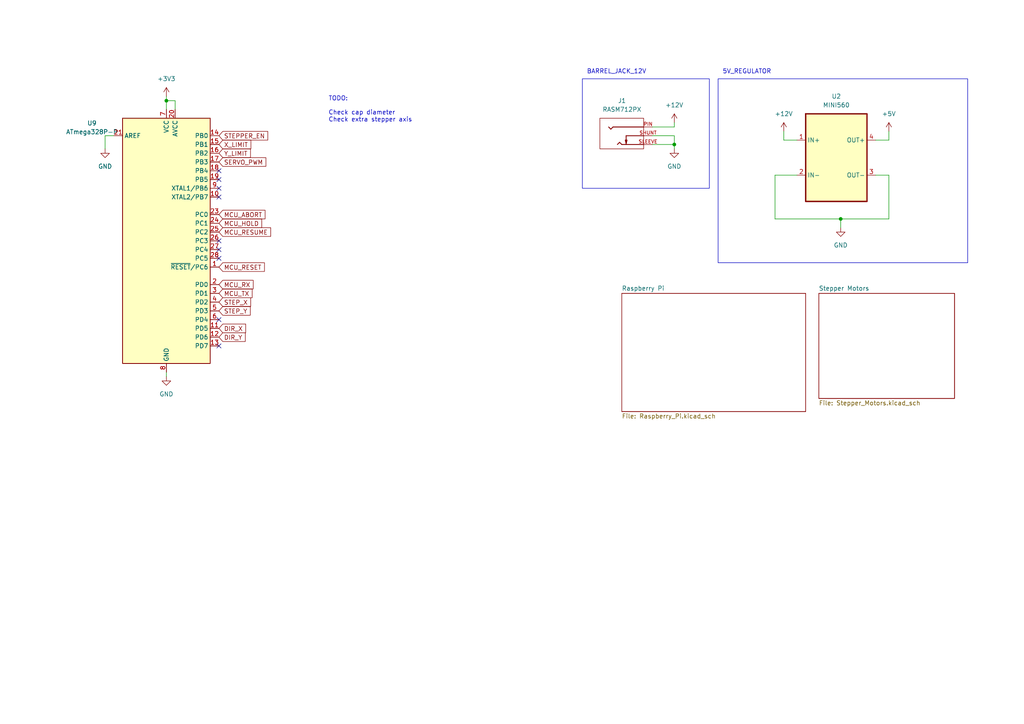
<source format=kicad_sch>
(kicad_sch (version 20230121) (generator eeschema)
  (paper "A4")
  (lib_symbols
    (symbol "MCU_Microchip_ATmega:ATmega328P-P"
      (property "Reference" "U" (at -12.7 36.83 0))
      (property "Value" "ATmega328P-P" (at 2.54 -36.83 0))
      (symbol "ATmega328P-P_0_1"
        (rectangle (start -12.7 -35.56) (end 12.7 35.56) (stroke (width 0.254)) (fill (type background)))
      )
      (symbol "ATmega328P-P_1_1"
        (pin bidirectional line (at 15.24 -7.62 180) (length 2.54) (name "~{RESET}/PC6") (number "1"))
        (pin bidirectional line (at 15.24 12.7 180) (length 2.54) (name "XTAL2/PB7") (number "10"))
        (pin bidirectional line (at 15.24 -25.4 180) (length 2.54) (name "PD5") (number "11"))
        (pin bidirectional line (at 15.24 -27.94 180) (length 2.54) (name "PD6") (number "12"))
        (pin bidirectional line (at 15.24 -30.48 180) (length 2.54) (name "PD7") (number "13"))
        (pin bidirectional line (at 15.24 30.48 180) (length 2.54) (name "PB0") (number "14"))
        (pin bidirectional line (at 15.24 27.94 180) (length 2.54) (name "PB1") (number "15"))
        (pin bidirectional line (at 15.24 25.4 180) (length 2.54) (name "PB2") (number "16"))
        (pin bidirectional line (at 15.24 22.86 180) (length 2.54) (name "PB3") (number "17"))
        (pin bidirectional line (at 15.24 20.32 180) (length 2.54) (name "PB4") (number "18"))
        (pin bidirectional line (at 15.24 17.78 180) (length 2.54) (name "PB5") (number "19"))
        (pin bidirectional line (at 15.24 -12.7 180) (length 2.54) (name "PD0") (number "2"))
        (pin power_in line (at 2.54 38.1 270) (length 2.54) (name "AVCC") (number "20"))
        (pin passive line (at -15.24 30.48 0) (length 2.54) (name "AREF") (number "21"))
        (pin passive line (at 0 -38.1 90) (length 2.54) hide (name "GND") (number "22"))
        (pin bidirectional line (at 15.24 7.62 180) (length 2.54) (name "PC0") (number "23"))
        (pin bidirectional line (at 15.24 5.08 180) (length 2.54) (name "PC1") (number "24"))
        (pin bidirectional line (at 15.24 2.54 180) (length 2.54) (name "PC2") (number "25"))
        (pin bidirectional line (at 15.24 0 180) (length 2.54) (name "PC3") (number "26"))
        (pin bidirectional line (at 15.24 -2.54 180) (length 2.54) (name "PC4") (number "27"))
        (pin bidirectional line (at 15.24 -5.08 180) (length 2.54) (name "PC5") (number "28"))
        (pin bidirectional line (at 15.24 -15.24 180) (length 2.54) (name "PD1") (number "3"))
        (pin bidirectional line (at 15.24 -17.78 180) (length 2.54) (name "PD2") (number "4"))
        (pin bidirectional line (at 15.24 -20.32 180) (length 2.54) (name "PD3") (number "5"))
        (pin bidirectional line (at 15.24 -22.86 180) (length 2.54) (name "PD4") (number "6"))
        (pin power_in line (at 0 38.1 270) (length 2.54) (name "VCC") (number "7"))
        (pin power_in line (at 0 -38.1 90) (length 2.54) (name "GND") (number "8"))
        (pin bidirectional line (at 15.24 15.24 180) (length 2.54) (name "XTAL1/PB6") (number "9"))
      )
    )
    (symbol "Pen_Plotter_Lib:MINI560"
      (property "Reference" "U" (at -8.89 13.97 0))
      (property "Value" "MINI560" (at -8.89 -13.97 0))
      (symbol "MINI560_0_0"
        (rectangle (start -8.89 12.7) (end 8.89 -12.7) (stroke (width 0.4064)) (fill (type background)))
      )
      (symbol "MINI560_1_1"
        (pin power_in line (at -11.43 5.08 0) (length 2.54) (name "IN+") (number "1"))
        (pin power_in line (at -11.43 -5.08 0) (length 2.54) (name "IN-") (number "2"))
        (pin power_out line (at 11.43 -5.08 180) (length 2.54) (name "OUT-") (number "3"))
        (pin power_out line (at 11.43 5.08 180) (length 2.54) (name "OUT+") (number "4"))
      )
    )
    (symbol "Pen_Plotter_Lib:RASM712PX" (pin_names (offset 1.016))
      (property "Reference" "J" (at -5.08 5.08 0))
      (property "Value" "RASM712PX" (at -5.08 -6.35 0))
      (symbol "RASM712PX_0_0"
        (polyline (pts (xy -4.445 1.905) (xy -5.08 2.54)) (stroke (width 0.254)))
        (polyline (pts (xy -3.81 2.54) (xy -4.445 1.905)) (stroke (width 0.254)))
        (polyline (pts (xy -1.905 -1.905) (xy -2.54 -2.54)) (stroke (width 0.254)))
        (polyline (pts (xy -1.27 -2.54) (xy -1.905 -1.905)) (stroke (width 0.254)))
        (polyline (pts (xy 0 0) (xy 0 -2.54)) (stroke (width 0.254)))
        (polyline (pts (xy 0 0) (xy 5.08 0)) (stroke (width 0.254)))
        (polyline (pts (xy 5.08 -2.54) (xy -1.27 -2.54)) (stroke (width 0.254)))
        (polyline (pts (xy 5.08 2.54) (xy -3.81 2.54)) (stroke (width 0.254)))
        (polyline (pts (xy 0 -2.286) (xy 0.254 -1.27) (xy -0.254 -1.27) (xy 0 -2.286)) (stroke (width 0.254)) (fill (type outline)))
        (pin passive line (at 7.62 2.54 180) (length 2.54) (name "~") (number "PIN"))
        (pin passive line (at 7.62 0 180) (length 2.54) (name "~") (number "SHUNT"))
        (pin passive line (at 7.62 -2.54 180) (length 2.54) (name "~") (number "SLEEVE"))
      )
      (symbol "RASM712PX_0_1"
        (rectangle (start -7.62 5.08) (end 5.08 -3.81))
      )
    )
    (symbol "power:+12V" (power) (pin_names (offset 0))
      (property "Value" "+12V" (at 0 3.556 0))
      (symbol "+12V_0_1"
        (polyline (pts (xy -0.762 1.27) (xy 0 2.54)))
        (polyline (pts (xy 0 0) (xy 0 2.54)))
        (polyline (pts (xy 0 2.54) (xy 0.762 1.27)))
      )
      (symbol "+12V_1_1"
        (pin power_in line (at 0 0 90) (length 0) hide (name "+12V") (number "1"))
      )
    )
    (symbol "power:+3V3" (power) (pin_names (offset 0))
      (property "Value" "+3V3" (at 0 3.556 0))
      (symbol "+3V3_0_1"
        (polyline (pts (xy -0.762 1.27) (xy 0 2.54)))
        (polyline (pts (xy 0 0) (xy 0 2.54)))
        (polyline (pts (xy 0 2.54) (xy 0.762 1.27)))
      )
      (symbol "+3V3_1_1"
        (pin power_in line (at 0 0 90) (length 0) hide (name "+3V3") (number "1"))
      )
    )
    (symbol "power:+5V" (power) (pin_names (offset 0))
      (property "Value" "+5V" (at 0 3.556 0))
      (symbol "+5V_0_1"
        (polyline (pts (xy -0.762 1.27) (xy 0 2.54)))
        (polyline (pts (xy 0 0) (xy 0 2.54)))
        (polyline (pts (xy 0 2.54) (xy 0.762 1.27)))
      )
      (symbol "+5V_1_1"
        (pin power_in line (at 0 0 90) (length 0) hide (name "+5V") (number "1"))
      )
    )
    (symbol "power:GND" (power) (pin_names (offset 0))
      (property "Value" "GND" (at 0 -3.81 0))
      (symbol "GND_0_1"
        (polyline (pts (xy 0 0) (xy 0 -1.27) (xy 1.27 -1.27) (xy 0 -2.54) (xy -1.27 -1.27) (xy 0 -1.27)))
      )
      (symbol "GND_1_1"
        (pin power_in line (at 0 0 270) (length 0) hide (name "GND") (number "1"))
      )
    )
  )
  (junction (at 243.84 63.5))
  (junction (at 195.58 41.91))
  (junction (at 48.26 29.21))
  (no_connect (at 63.5 54.61))
  (no_connect (at 63.5 74.93))
  (no_connect (at 63.5 72.39))
  (no_connect (at 63.5 92.71))
  (no_connect (at 63.5 52.07))
  (no_connect (at 63.5 69.85))
  (no_connect (at 63.5 49.53))
  (no_connect (at 63.5 57.15))
  (no_connect (at 63.5 100.33))
  (wire (pts (xy 254 50.8) (xy 257.81 50.8)))
  (wire (pts (xy 48.26 27.94) (xy 48.26 29.21)))
  (wire (pts (xy 227.33 40.64) (xy 231.14 40.64)))
  (wire (pts (xy 189.23 39.37) (xy 195.58 39.37)))
  (wire (pts (xy 189.23 41.91) (xy 195.58 41.91)))
  (wire (pts (xy 224.79 63.5) (xy 224.79 50.8)))
  (wire (pts (xy 50.8 29.21) (xy 48.26 29.21)))
  (wire (pts (xy 257.81 63.5) (xy 243.84 63.5)))
  (wire (pts (xy 243.84 63.5) (xy 243.84 66.04)))
  (wire (pts (xy 257.81 38.1) (xy 257.81 40.64)))
  (wire (pts (xy 227.33 38.1) (xy 227.33 40.64)))
  (wire (pts (xy 195.58 36.83) (xy 189.23 36.83)))
  (wire (pts (xy 243.84 63.5) (xy 224.79 63.5)))
  (wire (pts (xy 33.02 39.37) (xy 30.48 39.37)))
  (wire (pts (xy 195.58 43.18) (xy 195.58 41.91)))
  (wire (pts (xy 48.26 29.21) (xy 48.26 31.75)))
  (wire (pts (xy 257.81 40.64) (xy 254 40.64)))
  (wire (pts (xy 224.79 50.8) (xy 231.14 50.8)))
  (wire (pts (xy 30.48 39.37) (xy 30.48 43.18)))
  (wire (pts (xy 50.8 31.75) (xy 50.8 29.21)))
  (wire (pts (xy 195.58 35.56) (xy 195.58 36.83)))
  (wire (pts (xy 48.26 107.95) (xy 48.26 109.22)))
  (wire (pts (xy 195.58 41.91) (xy 195.58 39.37)))
  (wire (pts (xy 257.81 50.8) (xy 257.81 63.5)))
  (rectangle (start 208.28 22.86) (end 280.67 76.2))
  (rectangle (start 168.91 22.86) (end 205.74 54.61))
  (text "5V_REGULATOR" (at 209.55 21.59 0) (effects (font (size 1.27 1.27)) (justify left bottom)))
  (text "TODO:\n\nCheck cap diameter\nCheck extra stepper axis" (at 95.25 35.56 0) (effects (font (size 1.27 1.27)) (justify left bottom)))
  (text "BARREL_JACK_12V" (at 170.18 21.59 0) (effects (font (size 1.27 1.27)) (justify left bottom)))
  (global_label "MCU_HOLD" (shape input) (at 63.5 64.77 0) (property "Intersheetrefs" "${INTERSHEET_REFS}" (effects hide)))
  (global_label "X_LIMIT" (shape input) (at 63.5 41.91 0) (property "Intersheetrefs" "${INTERSHEET_REFS}" (effects hide)))
  (global_label "STEP_X" (shape input) (at 63.5 87.63 0) (property "Intersheetrefs" "${INTERSHEET_REFS}" (effects hide)))
  (global_label "DIR_Y" (shape input) (at 63.5 97.79 0) (property "Intersheetrefs" "${INTERSHEET_REFS}" (effects hide)))
  (global_label "MCU_RESET" (shape input) (at 63.5 77.47 0) (property "Intersheetrefs" "${INTERSHEET_REFS}" (effects hide)))
  (global_label "STEP_Y" (shape input) (at 63.5 90.17 0) (property "Intersheetrefs" "${INTERSHEET_REFS}" (effects hide)))
  (global_label "SERVO_PWM" (shape input) (at 63.5 46.99 0) (property "Intersheetrefs" "${INTERSHEET_REFS}" (effects hide)))
  (global_label "MCU_RX" (shape input) (at 63.5 82.55 0) (property "Intersheetrefs" "${INTERSHEET_REFS}" (effects hide)))
  (global_label "MCU_TX" (shape input) (at 63.5 85.09 0) (property "Intersheetrefs" "${INTERSHEET_REFS}" (effects hide)))
  (global_label "MCU_ABORT" (shape input) (at 63.5 62.23 0) (property "Intersheetrefs" "${INTERSHEET_REFS}" (effects hide)))
  (global_label "MCU_RESUME" (shape input) (at 63.5 67.31 0) (property "Intersheetrefs" "${INTERSHEET_REFS}" (effects hide)))
  (global_label "STEPPER_EN" (shape input) (at 63.5 39.37 0) (property "Intersheetrefs" "${INTERSHEET_REFS}" (effects hide)))
  (global_label "DIR_X" (shape input) (at 63.5 95.25 0) (property "Intersheetrefs" "${INTERSHEET_REFS}" (effects hide)))
  (global_label "Y_LIMIT" (shape input) (at 63.5 44.45 0) (property "Intersheetrefs" "${INTERSHEET_REFS}" (effects hide)))
  (symbol (lib_id "power:+3V3") (at 48.26 27.94 0) (unit 1)
    (property "Reference" "#PWR03" (effects hide))
    (property "Value" "+3V3" (at 48.26 22.86 0))
  )
  (symbol (lib_id "power:GND") (at 30.48 43.18 0) (unit 1)
    (property "Reference" "#PWR05" (effects hide))
    (property "Value" "GND" (at 30.48 48.26 0))
  )
  (symbol (lib_id "power:GND") (at 48.26 109.22 0) (unit 1)
    (property "Reference" "#PWR04" (effects hide))
    (property "Value" "GND" (at 48.26 114.3 0))
  )
  (symbol (lib_id "power:+12V") (at 227.33 38.1 0) (unit 1)
    (property "Reference" "#PWR013" (effects hide))
    (property "Value" "+12V" (at 227.33 33.02 0))
  )
  (symbol (lib_id "power:GND") (at 243.84 66.04 0) (unit 1)
    (property "Reference" "#PWR043" (effects hide))
    (property "Value" "GND" (at 243.84 71.12 0))
  )
  (symbol (lib_id "Pen_Plotter_Lib:RASM712PX") (at 181.61 39.37 0) (unit 1)
    (property "Reference" "J1" (at 180.4035 29.21 0))
    (property "Value" "RASM712PX" (at 180.4035 31.75 0))
    (property "Footprint" "Pen_Plotter_Lib:SWITCHCRAFT_RASM712PX" (effects hide))
    (property "PARTREV" "A" (effects hide))
    (property "STANDARD" "Manufacturer Recommendations" (effects hide))
    (property "MAXIMUM_PACKAGE_HEIGHT" "11.11 mm" (effects hide))
    (property "MANUFACTURER" "Switchcraft" (effects hide))
  )
  (symbol (lib_id "power:+12V") (at 195.58 35.56 0) (unit 1)
    (property "Reference" "#PWR06" (effects hide))
    (property "Value" "+12V" (at 195.58 30.48 0))
  )
  (symbol (lib_id "power:+5V") (at 257.81 38.1 0) (unit 1)
    (property "Reference" "#PWR044" (effects hide))
    (property "Value" "+5V" (at 257.81 33.02 0))
  )
  (symbol (lib_id "Pen_Plotter_Lib:MINI560") (at 242.57 45.72 0) (unit 1)
    (property "Reference" "U2" (at 242.57 27.94 0))
    (property "Value" "MINI560" (at 242.57 30.48 0))
    (property "Footprint" "Pen_Plotter_Lib:MINI560_5V" (effects hide))
  )
  (symbol (lib_id "MCU_Microchip_ATmega:ATmega328P-P") (at 48.26 69.85 0) (unit 1)
    (property "Reference" "U9" (at 26.67 35.7221 0))
    (property "Value" "ATmega328P-P" (at 26.67 38.2621 0))
    (property "Footprint" "Package_DIP:DIP-28_W7.62mm" (effects hide))
    (property "Datasheet" "http://ww1.microchip.com/downloads/en/DeviceDoc/ATmega328_P%20AVR%20MCU%20with%20picoPower%20Technology%20Data%20Sheet%2040001984A.pdf" (effects hide))
  )
  (symbol (lib_id "power:GND") (at 195.58 43.18 0) (unit 1)
    (property "Reference" "#PWR07" (effects hide))
    (property "Value" "GND" (at 195.58 48.26 0))
  )
  (sheet (at 180.34 85.09) (size 53.34 34.29) (stroke (width 0.1524))
    (property "Sheetname" "Raspberry Pi" (at 180.34 84.3784 0) (effects (justify left bottom)))
    (property "Sheetfile" "Raspberry_Pi.kicad_sch" (at 180.34 119.9646 0) (effects (justify left top)))
  )
  (sheet (at 237.49 85.09) (size 39.37 30.48) (stroke (width 0.1524))
    (property "Sheetname" "Stepper Motors" (at 237.49 84.3784 0) (effects (justify left bottom)))
    (property "Sheetfile" "Stepper_Motors.kicad_sch" (at 237.49 116.1546 0) (effects (justify left top)))
  )
)
</source>
